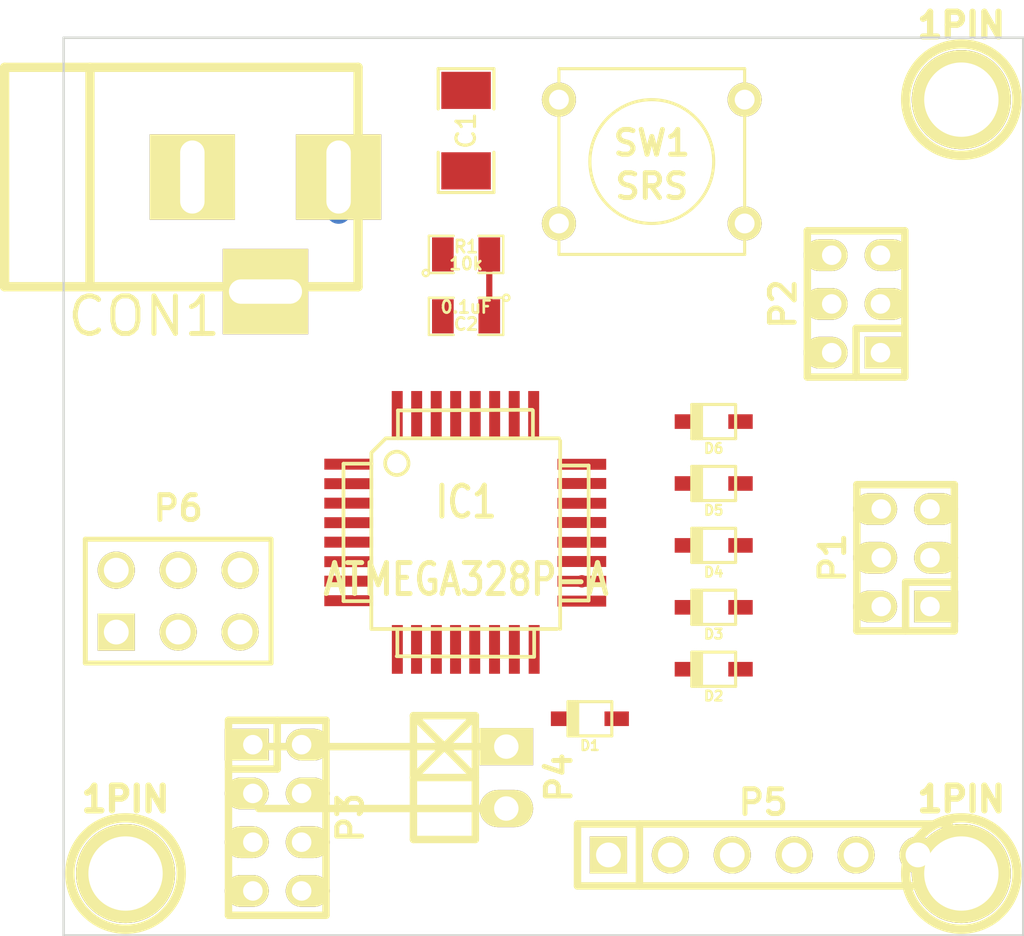
<source format=kicad_pcb>
(kicad_pcb (version 3) (host pcbnew "(2014-01-10 BZR 4027)-stable")

  (general
    (links 56)
    (no_connects 55)
    (area 150.550879 70.739 193.484501 110.617)
    (thickness 1.6)
    (drawings 4)
    (tracks 11)
    (zones 0)
    (modules 21)
    (nets 32)
  )

  (page A3)
  (layers
    (15 F.Cu signal)
    (0 B.Cu signal)
    (16 B.Adhes user)
    (17 F.Adhes user)
    (18 B.Paste user)
    (19 F.Paste user)
    (20 B.SilkS user)
    (21 F.SilkS user)
    (22 B.Mask user)
    (23 F.Mask user)
    (24 Dwgs.User user)
    (25 Cmts.User user)
    (26 Eco1.User user)
    (27 Eco2.User user)
    (28 Edge.Cuts user)
  )

  (setup
    (last_trace_width 0.254)
    (trace_clearance 0.254)
    (zone_clearance 0.508)
    (zone_45_only no)
    (trace_min 0.254)
    (segment_width 0.2)
    (edge_width 0.1)
    (via_size 0.889)
    (via_drill 0.635)
    (via_min_size 0.889)
    (via_min_drill 0.508)
    (uvia_size 0.508)
    (uvia_drill 0.127)
    (uvias_allowed no)
    (uvia_min_size 0.508)
    (uvia_min_drill 0.127)
    (pcb_text_width 0.3)
    (pcb_text_size 1.5 1.5)
    (mod_edge_width 0.15)
    (mod_text_size 1 1)
    (mod_text_width 0.15)
    (pad_size 4.064 4.064)
    (pad_drill 3.048)
    (pad_to_mask_clearance 0)
    (aux_axis_origin 0 0)
    (visible_elements 7FFFFBFF)
    (pcbplotparams
      (layerselection 3178497)
      (usegerberextensions true)
      (excludeedgelayer true)
      (linewidth 0.150000)
      (plotframeref false)
      (viasonmask false)
      (mode 1)
      (useauxorigin false)
      (hpglpennumber 1)
      (hpglpenspeed 20)
      (hpglpendiameter 15)
      (hpglpenoverlay 2)
      (psnegative false)
      (psa4output false)
      (plotreference true)
      (plotvalue true)
      (plotothertext true)
      (plotinvisibletext false)
      (padsonsilk false)
      (subtractmaskfromsilk false)
      (outputformat 1)
      (mirror false)
      (drillshape 1)
      (scaleselection 1)
      (outputdirectory ""))
  )

  (net 0 "")
  (net 1 GND)
  (net 2 N-000001)
  (net 3 N-0000010)
  (net 4 N-0000011)
  (net 5 N-0000012)
  (net 6 N-0000013)
  (net 7 N-0000014)
  (net 8 N-0000015)
  (net 9 N-0000016)
  (net 10 N-0000017)
  (net 11 N-0000018)
  (net 12 N-0000019)
  (net 13 N-000002)
  (net 14 N-0000020)
  (net 15 N-0000021)
  (net 16 N-0000024)
  (net 17 N-0000025)
  (net 18 N-0000026)
  (net 19 N-000003)
  (net 20 N-0000031)
  (net 21 N-0000032)
  (net 22 N-0000033)
  (net 23 N-0000034)
  (net 24 N-0000035)
  (net 25 N-000004)
  (net 26 N-000005)
  (net 27 N-000006)
  (net 28 N-000007)
  (net 29 N-000008)
  (net 30 N-000009)
  (net 31 VCC)

  (net_class Default "This is the default net class."
    (clearance 0.254)
    (trace_width 0.254)
    (via_dia 0.889)
    (via_drill 0.635)
    (uvia_dia 0.508)
    (uvia_drill 0.127)
    (add_net "")
    (add_net GND)
    (add_net N-000001)
    (add_net N-0000010)
    (add_net N-0000011)
    (add_net N-0000012)
    (add_net N-0000013)
    (add_net N-0000014)
    (add_net N-0000015)
    (add_net N-0000016)
    (add_net N-0000017)
    (add_net N-0000018)
    (add_net N-0000019)
    (add_net N-000002)
    (add_net N-0000020)
    (add_net N-0000021)
    (add_net N-0000024)
    (add_net N-0000025)
    (add_net N-0000026)
    (add_net N-000003)
    (add_net N-0000031)
    (add_net N-0000032)
    (add_net N-0000033)
    (add_net N-0000034)
    (add_net N-0000035)
    (add_net N-000004)
    (add_net N-000005)
    (add_net N-000006)
    (add_net N-000007)
    (add_net N-000008)
    (add_net N-000009)
  )

  (net_class PWR ""
    (clearance 0.508)
    (trace_width 1.016)
    (via_dia 0.889)
    (via_drill 0.635)
    (uvia_dia 0.508)
    (uvia_drill 0.127)
    (add_net VCC)
  )

  (net_class PWRIC ""
    (clearance 0.254)
    (trace_width 0.508)
    (via_dia 0.889)
    (via_drill 0.635)
    (uvia_dia 0.508)
    (uvia_drill 0.127)
  )

  (module TQFP32 (layer F.Cu) (tedit 5408BB72) (tstamp 5408CD8F)
    (at 170.18 92.71)
    (path /53F3A6E6)
    (fp_text reference IC1 (at 0 -1.27) (layer F.SilkS)
      (effects (font (size 1.27 1.016) (thickness 0.2032)))
    )
    (fp_text value ATMEGA328P-A (at 0 1.905) (layer F.SilkS)
      (effects (font (size 1.27 1.016) (thickness 0.2032)))
    )
    (fp_line (start 5.0292 2.7686) (end 3.8862 2.7686) (layer F.SilkS) (width 0.1524))
    (fp_line (start 5.0292 -2.7686) (end 3.9116 -2.7686) (layer F.SilkS) (width 0.1524))
    (fp_line (start 5.0292 2.7686) (end 5.0292 -2.7686) (layer F.SilkS) (width 0.1524))
    (fp_line (start 2.794 3.9624) (end 2.794 5.0546) (layer F.SilkS) (width 0.1524))
    (fp_line (start -2.8194 3.9878) (end -2.8194 5.0546) (layer F.SilkS) (width 0.1524))
    (fp_line (start -2.8448 5.0546) (end 2.794 5.08) (layer F.SilkS) (width 0.1524))
    (fp_line (start -2.794 -5.0292) (end 2.7178 -5.0546) (layer F.SilkS) (width 0.1524))
    (fp_line (start -3.8862 -3.2766) (end -3.8862 3.9116) (layer F.SilkS) (width 0.1524))
    (fp_line (start 2.7432 -5.0292) (end 2.7432 -3.9878) (layer F.SilkS) (width 0.1524))
    (fp_line (start -3.2512 -3.8862) (end 3.81 -3.8862) (layer F.SilkS) (width 0.1524))
    (fp_line (start 3.8608 3.937) (end 3.8608 -3.7846) (layer F.SilkS) (width 0.1524))
    (fp_line (start -3.8862 3.937) (end 3.7338 3.937) (layer F.SilkS) (width 0.1524))
    (fp_line (start -5.0292 -2.8448) (end -5.0292 2.794) (layer F.SilkS) (width 0.1524))
    (fp_line (start -5.0292 2.794) (end -3.8862 2.794) (layer F.SilkS) (width 0.1524))
    (fp_line (start -3.87604 -3.302) (end -3.29184 -3.8862) (layer F.SilkS) (width 0.1524))
    (fp_line (start -5.02412 -2.8448) (end -3.87604 -2.8448) (layer F.SilkS) (width 0.1524))
    (fp_line (start -2.794 -3.8862) (end -2.794 -5.03428) (layer F.SilkS) (width 0.1524))
    (fp_circle (center -2.83972 -2.86004) (end -2.43332 -2.60604) (layer F.SilkS) (width 0.1524))
    (pad 8 smd rect (at -4.81584 2.77622) (size 1.99898 0.44958)
      (layers F.Cu F.Paste F.Mask)
      (net 17 N-0000025)
    )
    (pad 7 smd rect (at -4.81584 1.97612) (size 1.99898 0.44958)
      (layers F.Cu F.Paste F.Mask)
    )
    (pad 6 smd rect (at -4.81584 1.17602) (size 1.99898 0.44958)
      (layers F.Cu F.Paste F.Mask)
      (net 31 VCC)
    )
    (pad 5 smd rect (at -4.81584 0.37592) (size 1.99898 0.44958)
      (layers F.Cu F.Paste F.Mask)
      (net 1 GND)
    )
    (pad 4 smd rect (at -4.81584 -0.42418) (size 1.99898 0.44958)
      (layers F.Cu F.Paste F.Mask)
      (net 31 VCC)
    )
    (pad 3 smd rect (at -4.81584 -1.22428) (size 1.99898 0.44958)
      (layers F.Cu F.Paste F.Mask)
      (net 1 GND)
    )
    (pad 2 smd rect (at -4.81584 -2.02438) (size 1.99898 0.44958)
      (layers F.Cu F.Paste F.Mask)
      (net 8 N-0000015)
    )
    (pad 1 smd rect (at -4.81584 -2.82448) (size 1.99898 0.44958)
      (layers F.Cu F.Paste F.Mask)
      (net 9 N-0000016)
    )
    (pad 24 smd rect (at 4.7498 -2.8194) (size 1.99898 0.44958)
      (layers F.Cu F.Paste F.Mask)
      (net 14 N-0000020)
    )
    (pad 17 smd rect (at 4.7498 2.794) (size 1.99898 0.44958)
      (layers F.Cu F.Paste F.Mask)
      (net 27 N-000006)
    )
    (pad 18 smd rect (at 4.7498 1.9812) (size 1.99898 0.44958)
      (layers F.Cu F.Paste F.Mask)
      (net 31 VCC)
    )
    (pad 19 smd rect (at 4.7498 1.1684) (size 1.99898 0.44958)
      (layers F.Cu F.Paste F.Mask)
    )
    (pad 20 smd rect (at 4.7498 0.381) (size 1.99898 0.44958)
      (layers F.Cu F.Paste F.Mask)
    )
    (pad 21 smd rect (at 4.7498 -0.4318) (size 1.99898 0.44958)
      (layers F.Cu F.Paste F.Mask)
      (net 1 GND)
    )
    (pad 22 smd rect (at 4.7498 -1.2192) (size 1.99898 0.44958)
      (layers F.Cu F.Paste F.Mask)
    )
    (pad 23 smd rect (at 4.7498 -2.032) (size 1.99898 0.44958)
      (layers F.Cu F.Paste F.Mask)
      (net 15 N-0000021)
    )
    (pad 32 smd rect (at -2.82448 -4.826) (size 0.44958 1.99898)
      (layers F.Cu F.Paste F.Mask)
      (net 2 N-000001)
    )
    (pad 31 smd rect (at -2.02692 -4.826) (size 0.44958 1.99898)
      (layers F.Cu F.Paste F.Mask)
      (net 13 N-000002)
    )
    (pad 30 smd rect (at -1.22428 -4.826) (size 0.44958 1.99898)
      (layers F.Cu F.Paste F.Mask)
      (net 16 N-0000024)
    )
    (pad 29 smd rect (at -0.42672 -4.826) (size 0.44958 1.99898)
      (layers F.Cu F.Paste F.Mask)
      (net 19 N-000003)
    )
    (pad 28 smd rect (at 0.37592 -4.826) (size 0.44958 1.99898)
      (layers F.Cu F.Paste F.Mask)
      (net 26 N-000005)
    )
    (pad 27 smd rect (at 1.17348 -4.826) (size 0.44958 1.99898)
      (layers F.Cu F.Paste F.Mask)
      (net 10 N-0000017)
    )
    (pad 26 smd rect (at 1.97612 -4.826) (size 0.44958 1.99898)
      (layers F.Cu F.Paste F.Mask)
      (net 11 N-0000018)
    )
    (pad 25 smd rect (at 2.77368 -4.826) (size 0.44958 1.99898)
      (layers F.Cu F.Paste F.Mask)
      (net 12 N-0000019)
    )
    (pad 9 smd rect (at -2.8194 4.7752) (size 0.44958 1.99898)
      (layers F.Cu F.Paste F.Mask)
      (net 7 N-0000014)
    )
    (pad 10 smd rect (at -2.032 4.7752) (size 0.44958 1.99898)
      (layers F.Cu F.Paste F.Mask)
      (net 6 N-0000013)
    )
    (pad 11 smd rect (at -1.2192 4.7752) (size 0.44958 1.99898)
      (layers F.Cu F.Paste F.Mask)
      (net 5 N-0000012)
    )
    (pad 12 smd rect (at -0.4318 4.7752) (size 0.44958 1.99898)
      (layers F.Cu F.Paste F.Mask)
      (net 4 N-0000011)
    )
    (pad 13 smd rect (at 0.3556 4.7752) (size 0.44958 1.99898)
      (layers F.Cu F.Paste F.Mask)
      (net 3 N-0000010)
    )
    (pad 14 smd rect (at 1.1684 4.7752) (size 0.44958 1.99898)
      (layers F.Cu F.Paste F.Mask)
      (net 30 N-000009)
    )
    (pad 15 smd rect (at 1.9812 4.7752) (size 0.44958 1.99898)
      (layers F.Cu F.Paste F.Mask)
      (net 29 N-000008)
    )
    (pad 16 smd rect (at 2.794 4.7752) (size 0.44958 1.99898)
      (layers F.Cu F.Paste F.Mask)
      (net 28 N-000007)
    )
    (model smd/tqfp32.wrl
      (at (xyz 0 0 0))
      (scale (xyz 1 1 1))
      (rotate (xyz 0 0 0))
    )
  )

  (module SW_PUSH_SMALL (layer F.Cu) (tedit 540F61FA) (tstamp 54086C72)
    (at 177.8 77.47)
    (path /53FA22FD)
    (fp_text reference SW1 (at 0 -0.762) (layer F.SilkS)
      (effects (font (size 1.016 1.016) (thickness 0.2032)))
    )
    (fp_text value SRS (at 0 1.016) (layer F.SilkS)
      (effects (font (size 1.016 1.016) (thickness 0.2032)))
    )
    (fp_circle (center 0 0) (end 0 -2.54) (layer F.SilkS) (width 0.127))
    (fp_line (start -3.81 -3.81) (end 3.81 -3.81) (layer F.SilkS) (width 0.127))
    (fp_line (start 3.81 -3.81) (end 3.81 3.81) (layer F.SilkS) (width 0.127))
    (fp_line (start 3.81 3.81) (end -3.81 3.81) (layer F.SilkS) (width 0.127))
    (fp_line (start -3.81 -3.81) (end -3.81 3.81) (layer F.SilkS) (width 0.127))
    (pad 1 thru_hole circle (at 3.81 -2.54) (size 1.397 1.397) (drill 0.8128)
      (layers *.Cu *.Mask F.SilkS)
      (net 17 N-0000025)
    )
    (pad 2 thru_hole circle (at 3.81 2.54) (size 1.397 1.397) (drill 0.8128)
      (layers *.Cu *.Mask F.SilkS)
      (net 1 GND)
    )
    (pad 1 thru_hole circle (at -3.81 -2.54) (size 1.397 1.397) (drill 0.8128)
      (layers *.Cu *.Mask F.SilkS)
      (net 17 N-0000025)
    )
    (pad 2 thru_hole circle (at -3.81 2.54) (size 1.397 1.397) (drill 0.8128)
      (layers *.Cu *.Mask F.SilkS)
      (net 1 GND)
    )
  )

  (module sod323 (layer F.Cu) (tedit 511019A4) (tstamp 54086C80)
    (at 175.26 100.33 180)
    (descr SOD323)
    (path /53F3AA52)
    (fp_text reference D1 (at 0 -1.09982 180) (layer F.SilkS)
      (effects (font (size 0.39878 0.39878) (thickness 0.09906)))
    )
    (fp_text value DIODE (at 0 1.19888 180) (layer F.SilkS) hide
      (effects (font (size 0.39878 0.39878) (thickness 0.09906)))
    )
    (fp_line (start 0.8001 -0.70104) (end 0.8001 0.70104) (layer F.SilkS) (width 0.127))
    (fp_line (start 0.70104 0.70104) (end 0.70104 -0.70104) (layer F.SilkS) (width 0.127))
    (fp_line (start 0.59944 -0.70104) (end 0.59944 0.70104) (layer F.SilkS) (width 0.127))
    (fp_line (start 0.50038 -0.70104) (end 0.50038 0.70104) (layer F.SilkS) (width 0.127))
    (fp_line (start 0.89916 -0.70104) (end -0.89916 -0.70104) (layer F.SilkS) (width 0.127))
    (fp_line (start -0.89916 -0.70104) (end -0.89916 0.70104) (layer F.SilkS) (width 0.127))
    (fp_line (start -0.89916 0.70104) (end 0.89916 0.70104) (layer F.SilkS) (width 0.127))
    (fp_line (start 0.89916 0.70104) (end 0.89916 -0.70104) (layer F.SilkS) (width 0.127))
    (pad 2 smd rect (at 1.09982 0 180) (size 1.00076 0.59944)
      (layers F.Cu F.Paste F.Mask)
      (net 4 N-0000011)
    )
    (pad 1 smd rect (at -1.09982 0 180) (size 1.00076 0.59944)
      (layers F.Cu F.Paste F.Mask)
      (net 18 N-0000026)
    )
    (model walter/smd_diode/sod323.wrl
      (at (xyz 0 0 0))
      (scale (xyz 1 1 1))
      (rotate (xyz 0 0 0))
    )
  )

  (module sod323 (layer F.Cu) (tedit 511019A4) (tstamp 54086C8E)
    (at 180.34 98.298 180)
    (descr SOD323)
    (path /53F3AAD7)
    (fp_text reference D2 (at 0 -1.09982 180) (layer F.SilkS)
      (effects (font (size 0.39878 0.39878) (thickness 0.09906)))
    )
    (fp_text value DIODE (at 0 1.19888 180) (layer F.SilkS) hide
      (effects (font (size 0.39878 0.39878) (thickness 0.09906)))
    )
    (fp_line (start 0.8001 -0.70104) (end 0.8001 0.70104) (layer F.SilkS) (width 0.127))
    (fp_line (start 0.70104 0.70104) (end 0.70104 -0.70104) (layer F.SilkS) (width 0.127))
    (fp_line (start 0.59944 -0.70104) (end 0.59944 0.70104) (layer F.SilkS) (width 0.127))
    (fp_line (start 0.50038 -0.70104) (end 0.50038 0.70104) (layer F.SilkS) (width 0.127))
    (fp_line (start 0.89916 -0.70104) (end -0.89916 -0.70104) (layer F.SilkS) (width 0.127))
    (fp_line (start -0.89916 -0.70104) (end -0.89916 0.70104) (layer F.SilkS) (width 0.127))
    (fp_line (start -0.89916 0.70104) (end 0.89916 0.70104) (layer F.SilkS) (width 0.127))
    (fp_line (start 0.89916 0.70104) (end 0.89916 -0.70104) (layer F.SilkS) (width 0.127))
    (pad 2 smd rect (at 1.09982 0 180) (size 1.00076 0.59944)
      (layers F.Cu F.Paste F.Mask)
      (net 3 N-0000010)
    )
    (pad 1 smd rect (at -1.09982 0 180) (size 1.00076 0.59944)
      (layers F.Cu F.Paste F.Mask)
      (net 24 N-0000035)
    )
    (model walter/smd_diode/sod323.wrl
      (at (xyz 0 0 0))
      (scale (xyz 1 1 1))
      (rotate (xyz 0 0 0))
    )
  )

  (module sod323 (layer F.Cu) (tedit 511019A4) (tstamp 54086C9C)
    (at 180.34 95.758 180)
    (descr SOD323)
    (path /53F3ACD2)
    (fp_text reference D3 (at 0 -1.09982 180) (layer F.SilkS)
      (effects (font (size 0.39878 0.39878) (thickness 0.09906)))
    )
    (fp_text value DIODE (at 0 1.19888 180) (layer F.SilkS) hide
      (effects (font (size 0.39878 0.39878) (thickness 0.09906)))
    )
    (fp_line (start 0.8001 -0.70104) (end 0.8001 0.70104) (layer F.SilkS) (width 0.127))
    (fp_line (start 0.70104 0.70104) (end 0.70104 -0.70104) (layer F.SilkS) (width 0.127))
    (fp_line (start 0.59944 -0.70104) (end 0.59944 0.70104) (layer F.SilkS) (width 0.127))
    (fp_line (start 0.50038 -0.70104) (end 0.50038 0.70104) (layer F.SilkS) (width 0.127))
    (fp_line (start 0.89916 -0.70104) (end -0.89916 -0.70104) (layer F.SilkS) (width 0.127))
    (fp_line (start -0.89916 -0.70104) (end -0.89916 0.70104) (layer F.SilkS) (width 0.127))
    (fp_line (start -0.89916 0.70104) (end 0.89916 0.70104) (layer F.SilkS) (width 0.127))
    (fp_line (start 0.89916 0.70104) (end 0.89916 -0.70104) (layer F.SilkS) (width 0.127))
    (pad 2 smd rect (at 1.09982 0 180) (size 1.00076 0.59944)
      (layers F.Cu F.Paste F.Mask)
      (net 30 N-000009)
    )
    (pad 1 smd rect (at -1.09982 0 180) (size 1.00076 0.59944)
      (layers F.Cu F.Paste F.Mask)
      (net 23 N-0000034)
    )
    (model walter/smd_diode/sod323.wrl
      (at (xyz 0 0 0))
      (scale (xyz 1 1 1))
      (rotate (xyz 0 0 0))
    )
  )

  (module sod323 (layer F.Cu) (tedit 511019A4) (tstamp 54086CAA)
    (at 180.34 93.218 180)
    (descr SOD323)
    (path /53F3ACD8)
    (fp_text reference D4 (at 0 -1.09982 180) (layer F.SilkS)
      (effects (font (size 0.39878 0.39878) (thickness 0.09906)))
    )
    (fp_text value DIODE (at 0 1.19888 180) (layer F.SilkS) hide
      (effects (font (size 0.39878 0.39878) (thickness 0.09906)))
    )
    (fp_line (start 0.8001 -0.70104) (end 0.8001 0.70104) (layer F.SilkS) (width 0.127))
    (fp_line (start 0.70104 0.70104) (end 0.70104 -0.70104) (layer F.SilkS) (width 0.127))
    (fp_line (start 0.59944 -0.70104) (end 0.59944 0.70104) (layer F.SilkS) (width 0.127))
    (fp_line (start 0.50038 -0.70104) (end 0.50038 0.70104) (layer F.SilkS) (width 0.127))
    (fp_line (start 0.89916 -0.70104) (end -0.89916 -0.70104) (layer F.SilkS) (width 0.127))
    (fp_line (start -0.89916 -0.70104) (end -0.89916 0.70104) (layer F.SilkS) (width 0.127))
    (fp_line (start -0.89916 0.70104) (end 0.89916 0.70104) (layer F.SilkS) (width 0.127))
    (fp_line (start 0.89916 0.70104) (end 0.89916 -0.70104) (layer F.SilkS) (width 0.127))
    (pad 2 smd rect (at 1.09982 0 180) (size 1.00076 0.59944)
      (layers F.Cu F.Paste F.Mask)
      (net 29 N-000008)
    )
    (pad 1 smd rect (at -1.09982 0 180) (size 1.00076 0.59944)
      (layers F.Cu F.Paste F.Mask)
      (net 22 N-0000033)
    )
    (model walter/smd_diode/sod323.wrl
      (at (xyz 0 0 0))
      (scale (xyz 1 1 1))
      (rotate (xyz 0 0 0))
    )
  )

  (module sod323 (layer F.Cu) (tedit 511019A4) (tstamp 54086CB8)
    (at 180.34 90.678 180)
    (descr SOD323)
    (path /53F3ACEC)
    (fp_text reference D5 (at 0 -1.09982 180) (layer F.SilkS)
      (effects (font (size 0.39878 0.39878) (thickness 0.09906)))
    )
    (fp_text value DIODE (at 0 1.19888 180) (layer F.SilkS) hide
      (effects (font (size 0.39878 0.39878) (thickness 0.09906)))
    )
    (fp_line (start 0.8001 -0.70104) (end 0.8001 0.70104) (layer F.SilkS) (width 0.127))
    (fp_line (start 0.70104 0.70104) (end 0.70104 -0.70104) (layer F.SilkS) (width 0.127))
    (fp_line (start 0.59944 -0.70104) (end 0.59944 0.70104) (layer F.SilkS) (width 0.127))
    (fp_line (start 0.50038 -0.70104) (end 0.50038 0.70104) (layer F.SilkS) (width 0.127))
    (fp_line (start 0.89916 -0.70104) (end -0.89916 -0.70104) (layer F.SilkS) (width 0.127))
    (fp_line (start -0.89916 -0.70104) (end -0.89916 0.70104) (layer F.SilkS) (width 0.127))
    (fp_line (start -0.89916 0.70104) (end 0.89916 0.70104) (layer F.SilkS) (width 0.127))
    (fp_line (start 0.89916 0.70104) (end 0.89916 -0.70104) (layer F.SilkS) (width 0.127))
    (pad 2 smd rect (at 1.09982 0 180) (size 1.00076 0.59944)
      (layers F.Cu F.Paste F.Mask)
      (net 28 N-000007)
    )
    (pad 1 smd rect (at -1.09982 0 180) (size 1.00076 0.59944)
      (layers F.Cu F.Paste F.Mask)
      (net 21 N-0000032)
    )
    (model walter/smd_diode/sod323.wrl
      (at (xyz 0 0 0))
      (scale (xyz 1 1 1))
      (rotate (xyz 0 0 0))
    )
  )

  (module sod323 (layer F.Cu) (tedit 511019A4) (tstamp 54086CC6)
    (at 180.34 88.138 180)
    (descr SOD323)
    (path /53F3ACF3)
    (fp_text reference D6 (at 0 -1.09982 180) (layer F.SilkS)
      (effects (font (size 0.39878 0.39878) (thickness 0.09906)))
    )
    (fp_text value DIODE (at 0 1.19888 180) (layer F.SilkS) hide
      (effects (font (size 0.39878 0.39878) (thickness 0.09906)))
    )
    (fp_line (start 0.8001 -0.70104) (end 0.8001 0.70104) (layer F.SilkS) (width 0.127))
    (fp_line (start 0.70104 0.70104) (end 0.70104 -0.70104) (layer F.SilkS) (width 0.127))
    (fp_line (start 0.59944 -0.70104) (end 0.59944 0.70104) (layer F.SilkS) (width 0.127))
    (fp_line (start 0.50038 -0.70104) (end 0.50038 0.70104) (layer F.SilkS) (width 0.127))
    (fp_line (start 0.89916 -0.70104) (end -0.89916 -0.70104) (layer F.SilkS) (width 0.127))
    (fp_line (start -0.89916 -0.70104) (end -0.89916 0.70104) (layer F.SilkS) (width 0.127))
    (fp_line (start -0.89916 0.70104) (end 0.89916 0.70104) (layer F.SilkS) (width 0.127))
    (fp_line (start 0.89916 0.70104) (end 0.89916 -0.70104) (layer F.SilkS) (width 0.127))
    (pad 2 smd rect (at 1.09982 0 180) (size 1.00076 0.59944)
      (layers F.Cu F.Paste F.Mask)
      (net 27 N-000006)
    )
    (pad 1 smd rect (at -1.09982 0 180) (size 1.00076 0.59944)
      (layers F.Cu F.Paste F.Mask)
      (net 20 N-0000031)
    )
    (model walter/smd_diode/sod323.wrl
      (at (xyz 0 0 0))
      (scale (xyz 1 1 1))
      (rotate (xyz 0 0 0))
    )
  )

  (module SM1206 (layer F.Cu) (tedit 42806E24) (tstamp 54086CD2)
    (at 170.18 76.2 90)
    (path /53FCF596)
    (attr smd)
    (fp_text reference C1 (at 0 0 90) (layer F.SilkS)
      (effects (font (size 0.762 0.762) (thickness 0.127)))
    )
    (fp_text value 10uF (at 0 0 90) (layer F.SilkS) hide
      (effects (font (size 0.762 0.762) (thickness 0.127)))
    )
    (fp_line (start -2.54 -1.143) (end -2.54 1.143) (layer F.SilkS) (width 0.127))
    (fp_line (start -2.54 1.143) (end -0.889 1.143) (layer F.SilkS) (width 0.127))
    (fp_line (start 0.889 -1.143) (end 2.54 -1.143) (layer F.SilkS) (width 0.127))
    (fp_line (start 2.54 -1.143) (end 2.54 1.143) (layer F.SilkS) (width 0.127))
    (fp_line (start 2.54 1.143) (end 0.889 1.143) (layer F.SilkS) (width 0.127))
    (fp_line (start -0.889 -1.143) (end -2.54 -1.143) (layer F.SilkS) (width 0.127))
    (pad 1 smd rect (at -1.651 0 90) (size 1.524 2.032)
      (layers F.Cu F.Paste F.Mask)
      (net 31 VCC)
    )
    (pad 2 smd rect (at 1.651 0 90) (size 1.524 2.032)
      (layers F.Cu F.Paste F.Mask)
      (net 1 GND)
    )
    (model smd/chip_cms.wrl
      (at (xyz 0 0 0))
      (scale (xyz 0.17 0.16 0.16))
      (rotate (xyz 0 0 0))
    )
  )

  (module SM0805 (layer F.Cu) (tedit 5091495C) (tstamp 54086CDF)
    (at 170.18 81.28)
    (path /53FCE49F)
    (attr smd)
    (fp_text reference R1 (at 0 -0.3175) (layer F.SilkS)
      (effects (font (size 0.50038 0.50038) (thickness 0.10922)))
    )
    (fp_text value 10k (at 0 0.381) (layer F.SilkS)
      (effects (font (size 0.50038 0.50038) (thickness 0.10922)))
    )
    (fp_circle (center -1.651 0.762) (end -1.651 0.635) (layer F.SilkS) (width 0.09906))
    (fp_line (start -0.508 0.762) (end -1.524 0.762) (layer F.SilkS) (width 0.09906))
    (fp_line (start -1.524 0.762) (end -1.524 -0.762) (layer F.SilkS) (width 0.09906))
    (fp_line (start -1.524 -0.762) (end -0.508 -0.762) (layer F.SilkS) (width 0.09906))
    (fp_line (start 0.508 -0.762) (end 1.524 -0.762) (layer F.SilkS) (width 0.09906))
    (fp_line (start 1.524 -0.762) (end 1.524 0.762) (layer F.SilkS) (width 0.09906))
    (fp_line (start 1.524 0.762) (end 0.508 0.762) (layer F.SilkS) (width 0.09906))
    (pad 1 smd rect (at -0.9525 0) (size 0.889 1.397)
      (layers F.Cu F.Paste F.Mask)
      (net 31 VCC)
    )
    (pad 2 smd rect (at 0.9525 0) (size 0.889 1.397)
      (layers F.Cu F.Paste F.Mask)
      (net 19 N-000003)
    )
    (model smd/chip_cms.wrl
      (at (xyz 0 0 0))
      (scale (xyz 0.1 0.1 0.1))
      (rotate (xyz 0 0 0))
    )
  )

  (module SM0805 (layer F.Cu) (tedit 5091495C) (tstamp 54086CEC)
    (at 170.18 83.82 180)
    (path /53FCE3B4)
    (attr smd)
    (fp_text reference C2 (at 0 -0.3175 180) (layer F.SilkS)
      (effects (font (size 0.50038 0.50038) (thickness 0.10922)))
    )
    (fp_text value 0.1uF (at 0 0.381 180) (layer F.SilkS)
      (effects (font (size 0.50038 0.50038) (thickness 0.10922)))
    )
    (fp_circle (center -1.651 0.762) (end -1.651 0.635) (layer F.SilkS) (width 0.09906))
    (fp_line (start -0.508 0.762) (end -1.524 0.762) (layer F.SilkS) (width 0.09906))
    (fp_line (start -1.524 0.762) (end -1.524 -0.762) (layer F.SilkS) (width 0.09906))
    (fp_line (start -1.524 -0.762) (end -0.508 -0.762) (layer F.SilkS) (width 0.09906))
    (fp_line (start 0.508 -0.762) (end 1.524 -0.762) (layer F.SilkS) (width 0.09906))
    (fp_line (start 1.524 -0.762) (end 1.524 0.762) (layer F.SilkS) (width 0.09906))
    (fp_line (start 1.524 0.762) (end 0.508 0.762) (layer F.SilkS) (width 0.09906))
    (pad 1 smd rect (at -0.9525 0 180) (size 0.889 1.397)
      (layers F.Cu F.Paste F.Mask)
      (net 19 N-000003)
    )
    (pad 2 smd rect (at 0.9525 0 180) (size 0.889 1.397)
      (layers F.Cu F.Paste F.Mask)
      (net 25 N-000004)
    )
    (model smd/chip_cms.wrl
      (at (xyz 0 0 0))
      (scale (xyz 0.1 0.1 0.1))
      (rotate (xyz 0 0 0))
    )
  )

  (module BARREL_JACK (layer F.Cu) (tedit 54155EF8) (tstamp 54155EB4)
    (at 158.75 78.105)
    (descr "DC Barrel Jack")
    (tags "Power Jack")
    (path /53FA2BF3)
    (fp_text reference CON1 (at -1.778 5.715) (layer F.SilkS)
      (effects (font (size 1.54 1.54) (thickness 0.2032)))
    )
    (fp_text value BARREL_JACK (at 0 -5.99948) (layer F.SilkS) hide
      (effects (font (size 1.016 1.016) (thickness 0.2032)))
    )
    (fp_line (start -4.0005 -4.50088) (end -4.0005 4.50088) (layer F.SilkS) (width 0.381))
    (fp_line (start -7.50062 -4.50088) (end -7.50062 4.50088) (layer F.SilkS) (width 0.381))
    (fp_line (start -7.50062 4.50088) (end 7.00024 4.50088) (layer F.SilkS) (width 0.381))
    (fp_line (start 7.00024 4.50088) (end 7.00024 -4.50088) (layer F.SilkS) (width 0.381))
    (fp_line (start 7.00024 -4.50088) (end -7.50062 -4.50088) (layer F.SilkS) (width 0.381))
    (pad 1 thru_hole rect (at 6.20014 0) (size 3.50012 3.50012) (drill oval 1.00076 2.99974)
      (layers *.Cu *.Mask F.SilkS)
      (net 31 VCC)
    )
    (pad 2 thru_hole rect (at 0.20066 0) (size 3.50012 3.50012) (drill oval 1.00076 2.99974)
      (layers *.Cu *.Mask F.SilkS)
      (net 1 GND)
    )
    (pad 3 thru_hole rect (at 3.2004 4.699) (size 3.50012 3.50012) (drill oval 2.99974 1.00076)
      (layers *.Cu *.Mask F.SilkS)
      (net 1 GND)
    )
  )

  (module 1pin (layer F.Cu) (tedit 200000) (tstamp 541C99F1)
    (at 190.5 106.68)
    (descr "module 1 pin (ou trou mecanique de percage)")
    (tags DEV)
    (path 1pin)
    (fp_text reference 1PIN (at 0 -3.048) (layer F.SilkS)
      (effects (font (size 1.016 1.016) (thickness 0.254)))
    )
    (fp_text value P*** (at 0 2.794) (layer F.SilkS) hide
      (effects (font (size 1.016 1.016) (thickness 0.254)))
    )
    (fp_circle (center 0 0) (end 0 -2.286) (layer F.SilkS) (width 0.381))
    (pad 1 thru_hole circle (at 0 0) (size 4.064 4.064) (drill 3.048)
      (layers *.Cu *.Mask F.SilkS)
    )
  )

  (module 1pin (layer F.Cu) (tedit 200000) (tstamp 541C9A06)
    (at 190.5 74.93)
    (descr "module 1 pin (ou trou mecanique de percage)")
    (tags DEV)
    (path 1pin)
    (fp_text reference 1PIN (at 0 -3.048) (layer F.SilkS)
      (effects (font (size 1.016 1.016) (thickness 0.254)))
    )
    (fp_text value P*** (at 0 2.794) (layer F.SilkS) hide
      (effects (font (size 1.016 1.016) (thickness 0.254)))
    )
    (fp_circle (center 0 0) (end 0 -2.286) (layer F.SilkS) (width 0.381))
    (pad 1 thru_hole circle (at 0 0) (size 4.064 4.064) (drill 3.048)
      (layers *.Cu *.Mask F.SilkS)
    )
  )

  (module 1pin (layer F.Cu) (tedit 54105E81) (tstamp 541C9A11)
    (at 156.21 106.68)
    (descr "module 1 pin (ou trou mecanique de percage)")
    (tags DEV)
    (path 1pin)
    (fp_text reference 1PIN (at 0 -3.048) (layer F.SilkS)
      (effects (font (size 1.016 1.016) (thickness 0.254)))
    )
    (fp_text value P*** (at 0 2.794) (layer F.SilkS) hide
      (effects (font (size 1.016 1.016) (thickness 0.254)))
    )
    (fp_circle (center 0 0) (end 0 -2.286) (layer F.SilkS) (width 0.381))
    (pad 1 thru_hole circle (at 0 0) (size 4.064 4.064) (drill 3.048)
      (layers *.Cu *.Mask F.SilkS)
      (clearance 1)
    )
  )

  (module pin_socket_2mm_4x2 (layer F.Cu) (tedit 52DECF75) (tstamp 54155E13)
    (at 162.433 104.394 270)
    (descr "Pin socket 2mm 4x2pin")
    (tags "CONN DEV")
    (path /5411ADE2)
    (fp_text reference P3 (at 0 -3 270) (layer F.SilkS)
      (effects (font (size 1.016 1.016) (thickness 0.2032)))
    )
    (fp_text value CONN_8 (at 0 -5 270) (layer F.SilkS) hide
      (effects (font (size 1.016 0.889) (thickness 0.2032)))
    )
    (fp_line (start -4 0) (end -2 0) (layer F.SilkS) (width 0.3048))
    (fp_line (start 4 -2) (end 4 2) (layer F.SilkS) (width 0.3048))
    (fp_line (start 4 2) (end -4 2) (layer F.SilkS) (width 0.3048))
    (fp_line (start -4 -2) (end 4 -2) (layer F.SilkS) (width 0.3048))
    (fp_line (start -4 2) (end -4 -2) (layer F.SilkS) (width 0.3048))
    (fp_line (start -2 0) (end -2 2) (layer F.SilkS) (width 0.3048))
    (pad 1 thru_hole rect (at -3 1 270) (size 1.3 1.8) (drill 0.8 (offset 0 0.25))
      (layers *.Cu *.Mask F.SilkS)
      (net 16 N-0000024)
    )
    (pad 2 thru_hole oval (at -3 -1 270) (size 1.3 1.8) (drill 0.8 (offset 0 -0.25))
      (layers *.Cu *.Mask F.SilkS)
      (net 13 N-000002)
    )
    (pad 3 thru_hole oval (at -1 1 270) (size 1.3 1.8) (drill 0.8 (offset 0 0.25))
      (layers *.Cu *.Mask F.SilkS)
      (net 2 N-000001)
    )
    (pad 4 thru_hole oval (at -1 -1 270) (size 1.3 1.8) (drill 0.8 (offset 0 -0.25))
      (layers *.Cu *.Mask F.SilkS)
      (net 9 N-0000016)
    )
    (pad 5 thru_hole oval (at 1 1 270) (size 1.3 1.8) (drill 0.8 (offset 0 0.25))
      (layers *.Cu *.Mask F.SilkS)
      (net 8 N-0000015)
    )
    (pad 6 thru_hole oval (at 1 -1 270) (size 1.3 1.8) (drill 0.8 (offset 0 -0.25))
      (layers *.Cu *.Mask F.SilkS)
      (net 7 N-0000014)
    )
    (pad 7 thru_hole oval (at 3 1 270) (size 1.3 1.8) (drill 0.8 (offset 0 0.25))
      (layers *.Cu *.Mask F.SilkS)
      (net 6 N-0000013)
    )
    (pad 8 thru_hole oval (at 3 -1 270) (size 1.3 1.8) (drill 0.8 (offset 0 -0.25))
      (layers *.Cu *.Mask F.SilkS)
      (net 5 N-0000012)
    )
    (model walter/pin_strip/pin_socket_2mm_4x2.wrl
      (at (xyz 0 0 0))
      (scale (xyz 1 1 1))
      (rotate (xyz 0 0 0))
    )
  )

  (module pin_socket_2mm_3x2 (layer F.Cu) (tedit 52DECF95) (tstamp 54155E23)
    (at 186.182 83.312 90)
    (descr "Pin socket 2mm 3x2pin")
    (tags "CONN DEV")
    (path /540475A9)
    (fp_text reference P2 (at 0 -3 90) (layer F.SilkS)
      (effects (font (size 1.016 1.016) (thickness 0.2032)))
    )
    (fp_text value CONN_6 (at 0 -5 90) (layer F.SilkS) hide
      (effects (font (size 1.016 0.889) (thickness 0.2032)))
    )
    (fp_line (start -3 0) (end -1 0) (layer F.SilkS) (width 0.3048))
    (fp_line (start 3 -2) (end 3 2) (layer F.SilkS) (width 0.3048))
    (fp_line (start 3 2) (end -3 2) (layer F.SilkS) (width 0.3048))
    (fp_line (start -3 -2) (end 3 -2) (layer F.SilkS) (width 0.3048))
    (fp_line (start -3 2) (end -3 -2) (layer F.SilkS) (width 0.3048))
    (fp_line (start -1 0) (end -1 2) (layer F.SilkS) (width 0.3048))
    (pad 1 thru_hole rect (at -2 1 90) (size 1.3 1.8) (drill 0.8 (offset 0 0.25))
      (layers *.Cu *.Mask F.SilkS)
      (net 15 N-0000021)
    )
    (pad 2 thru_hole oval (at -2 -1 90) (size 1.3 1.8) (drill 0.8 (offset 0 -0.25))
      (layers *.Cu *.Mask F.SilkS)
      (net 14 N-0000020)
    )
    (pad 3 thru_hole oval (at 0 1 90) (size 1.3 1.8) (drill 0.8 (offset 0 0.25))
      (layers *.Cu *.Mask F.SilkS)
      (net 12 N-0000019)
    )
    (pad 4 thru_hole oval (at 0 -1 90) (size 1.3 1.8) (drill 0.8 (offset 0 -0.25))
      (layers *.Cu *.Mask F.SilkS)
      (net 11 N-0000018)
    )
    (pad 5 thru_hole oval (at 2 1 90) (size 1.3 1.8) (drill 0.8 (offset 0 0.25))
      (layers *.Cu *.Mask F.SilkS)
      (net 10 N-0000017)
    )
    (pad 6 thru_hole oval (at 2 -1 90) (size 1.3 1.8) (drill 0.8 (offset 0 -0.25))
      (layers *.Cu *.Mask F.SilkS)
      (net 26 N-000005)
    )
    (model walter/pin_strip/pin_socket_2mm_3x2.wrl
      (at (xyz 0 0 0))
      (scale (xyz 1 1 1))
      (rotate (xyz 0 0 0))
    )
  )

  (module pin_socket_2mm_3x2 (layer F.Cu) (tedit 52DECF95) (tstamp 54155E33)
    (at 188.214 93.726 90)
    (descr "Pin socket 2mm 3x2pin")
    (tags "CONN DEV")
    (path /5404826A)
    (fp_text reference P1 (at 0 -3 90) (layer F.SilkS)
      (effects (font (size 1.016 1.016) (thickness 0.2032)))
    )
    (fp_text value CONN_6 (at 0 -5 90) (layer F.SilkS) hide
      (effects (font (size 1.016 0.889) (thickness 0.2032)))
    )
    (fp_line (start -3 0) (end -1 0) (layer F.SilkS) (width 0.3048))
    (fp_line (start 3 -2) (end 3 2) (layer F.SilkS) (width 0.3048))
    (fp_line (start 3 2) (end -3 2) (layer F.SilkS) (width 0.3048))
    (fp_line (start -3 -2) (end 3 -2) (layer F.SilkS) (width 0.3048))
    (fp_line (start -3 2) (end -3 -2) (layer F.SilkS) (width 0.3048))
    (fp_line (start -1 0) (end -1 2) (layer F.SilkS) (width 0.3048))
    (pad 1 thru_hole rect (at -2 1 90) (size 1.3 1.8) (drill 0.8 (offset 0 0.25))
      (layers *.Cu *.Mask F.SilkS)
      (net 18 N-0000026)
    )
    (pad 2 thru_hole oval (at -2 -1 90) (size 1.3 1.8) (drill 0.8 (offset 0 -0.25))
      (layers *.Cu *.Mask F.SilkS)
      (net 24 N-0000035)
    )
    (pad 3 thru_hole oval (at 0 1 90) (size 1.3 1.8) (drill 0.8 (offset 0 0.25))
      (layers *.Cu *.Mask F.SilkS)
      (net 23 N-0000034)
    )
    (pad 4 thru_hole oval (at 0 -1 90) (size 1.3 1.8) (drill 0.8 (offset 0 -0.25))
      (layers *.Cu *.Mask F.SilkS)
      (net 22 N-0000033)
    )
    (pad 5 thru_hole oval (at 2 1 90) (size 1.3 1.8) (drill 0.8 (offset 0 0.25))
      (layers *.Cu *.Mask F.SilkS)
      (net 21 N-0000032)
    )
    (pad 6 thru_hole oval (at 2 -1 90) (size 1.3 1.8) (drill 0.8 (offset 0 -0.25))
      (layers *.Cu *.Mask F.SilkS)
      (net 20 N-0000031)
    )
    (model walter/pin_strip/pin_socket_2mm_3x2.wrl
      (at (xyz 0 0 0))
      (scale (xyz 1 1 1))
      (rotate (xyz 0 0 0))
    )
  )

  (module pin_array_3x2 (layer F.Cu) (tedit 42931587) (tstamp 54155E41)
    (at 158.369 95.504)
    (descr "Double rangee de contacts 2 x 4 pins")
    (tags CONN)
    (path /53FCECA3)
    (fp_text reference P6 (at 0 -3.81) (layer F.SilkS)
      (effects (font (size 1.016 1.016) (thickness 0.2032)))
    )
    (fp_text value CONN_6 (at 0 3.81) (layer F.SilkS) hide
      (effects (font (size 1.016 1.016) (thickness 0.2032)))
    )
    (fp_line (start 3.81 2.54) (end -3.81 2.54) (layer F.SilkS) (width 0.2032))
    (fp_line (start -3.81 -2.54) (end 3.81 -2.54) (layer F.SilkS) (width 0.2032))
    (fp_line (start 3.81 -2.54) (end 3.81 2.54) (layer F.SilkS) (width 0.2032))
    (fp_line (start -3.81 2.54) (end -3.81 -2.54) (layer F.SilkS) (width 0.2032))
    (pad 1 thru_hole rect (at -2.54 1.27) (size 1.524 1.524) (drill 1.016)
      (layers *.Cu *.Mask F.SilkS)
      (net 28 N-000007)
    )
    (pad 2 thru_hole circle (at -2.54 -1.27) (size 1.524 1.524) (drill 1.016)
      (layers *.Cu *.Mask F.SilkS)
      (net 31 VCC)
    )
    (pad 3 thru_hole circle (at 0 1.27) (size 1.524 1.524) (drill 1.016)
      (layers *.Cu *.Mask F.SilkS)
      (net 27 N-000006)
    )
    (pad 4 thru_hole circle (at 0 -1.27) (size 1.524 1.524) (drill 1.016)
      (layers *.Cu *.Mask F.SilkS)
      (net 29 N-000008)
    )
    (pad 5 thru_hole circle (at 2.54 1.27) (size 1.524 1.524) (drill 1.016)
      (layers *.Cu *.Mask F.SilkS)
      (net 19 N-000003)
    )
    (pad 6 thru_hole circle (at 2.54 -1.27) (size 1.524 1.524) (drill 1.016)
      (layers *.Cu *.Mask F.SilkS)
      (net 1 GND)
    )
    (model pin_array/pins_array_3x2.wrl
      (at (xyz 0 0 0))
      (scale (xyz 1 1 1))
      (rotate (xyz 0 0 0))
    )
  )

  (module PIN_ARRAY-6X1 (layer F.Cu) (tedit 41402119) (tstamp 54086D0C)
    (at 182.372 105.918)
    (descr "Connecteur 6 pins")
    (tags "CONN DEV")
    (path /53FA2625)
    (fp_text reference P5 (at 0 -2.159) (layer F.SilkS)
      (effects (font (size 1.016 1.016) (thickness 0.2032)))
    )
    (fp_text value CONN_6 (at 0 2.159) (layer F.SilkS) hide
      (effects (font (size 1.016 0.889) (thickness 0.2032)))
    )
    (fp_line (start -7.62 1.27) (end -7.62 -1.27) (layer F.SilkS) (width 0.3048))
    (fp_line (start -7.62 -1.27) (end 7.62 -1.27) (layer F.SilkS) (width 0.3048))
    (fp_line (start 7.62 -1.27) (end 7.62 1.27) (layer F.SilkS) (width 0.3048))
    (fp_line (start 7.62 1.27) (end -7.62 1.27) (layer F.SilkS) (width 0.3048))
    (fp_line (start -5.08 1.27) (end -5.08 -1.27) (layer F.SilkS) (width 0.3048))
    (pad 1 thru_hole rect (at -6.35 0) (size 1.524 1.524) (drill 1.016)
      (layers *.Cu *.Mask F.SilkS)
      (net 25 N-000004)
    )
    (pad 2 thru_hole circle (at -3.81 0) (size 1.524 1.524) (drill 1.016)
      (layers *.Cu *.Mask F.SilkS)
      (net 13 N-000002)
    )
    (pad 3 thru_hole circle (at -1.27 0) (size 1.524 1.524) (drill 1.016)
      (layers *.Cu *.Mask F.SilkS)
      (net 16 N-0000024)
    )
    (pad 4 thru_hole circle (at 1.27 0) (size 1.524 1.524) (drill 1.016)
      (layers *.Cu *.Mask F.SilkS)
      (net 31 VCC)
    )
    (pad 5 thru_hole circle (at 3.81 0) (size 1.524 1.524) (drill 1.016)
      (layers *.Cu *.Mask F.SilkS)
      (net 1 GND)
    )
    (pad 6 thru_hole circle (at 6.35 0) (size 1.524 1.524) (drill 1.016)
      (layers *.Cu *.Mask F.SilkS)
      (net 1 GND)
    )
    (model pin_array/pins_array_6x1.wrl
      (at (xyz 0 0 0))
      (scale (xyz 1 1 1))
      (rotate (xyz 0 0 0))
    )
  )

  (module pin_strip_2-90 (layer F.Cu) (tedit 4EF89145) (tstamp 54086D1B)
    (at 171.831 102.743 270)
    (descr "Pin strip 2pin 90")
    (tags "CONN DEV")
    (path /5411AEED)
    (fp_text reference P4 (at 0 -2.159 270) (layer F.SilkS)
      (effects (font (size 1.016 1.016) (thickness 0.2032)))
    )
    (fp_text value CONN_2 (at 0.254 -3.556 270) (layer F.SilkS) hide
      (effects (font (size 1.016 0.889) (thickness 0.2032)))
    )
    (fp_line (start 0 3.81) (end -2.54 1.27) (layer F.SilkS) (width 0.3048))
    (fp_line (start 0 3.81) (end 0 1.27) (layer F.SilkS) (width 0.3048))
    (fp_line (start 0 1.27) (end -2.54 3.81) (layer F.SilkS) (width 0.3048))
    (fp_line (start -2.54 3.81) (end 2.54 3.81) (layer F.SilkS) (width 0.3048))
    (fp_line (start 2.54 3.81) (end 2.54 1.27) (layer F.SilkS) (width 0.3048))
    (fp_line (start 2.54 1.27) (end -2.54 1.27) (layer F.SilkS) (width 0.3048))
    (fp_line (start -1.27 0) (end -1.27 10.16) (layer F.SilkS) (width 0.3048))
    (fp_line (start 1.27 0) (end 1.27 10.16) (layer F.SilkS) (width 0.3048))
    (fp_line (start -2.54 3.81) (end -2.54 1.27) (layer F.SilkS) (width 0.3048))
    (pad 1 thru_hole rect (at -1.27 0 270) (size 1.524 2.19964) (drill 1.00076)
      (layers *.Cu *.Mask F.SilkS)
      (net 31 VCC)
    )
    (pad 2 thru_hole oval (at 1.27 0 270) (size 1.524 2.19964) (drill 1.00076)
      (layers *.Cu *.Mask F.SilkS)
      (net 1 GND)
    )
    (model walter/pin_strip/pin_strip_2-90.wrl
      (at (xyz 0 0 0))
      (scale (xyz 1 1 1))
      (rotate (xyz 0 0 0))
    )
  )

  (gr_line (start 153.67 109.22) (end 153.67 72.39) (angle 90) (layer Edge.Cuts) (width 0.1))
  (gr_line (start 193.04 109.22) (end 153.67 109.22) (angle 90) (layer Edge.Cuts) (width 0.1))
  (gr_line (start 193.04 72.39) (end 193.04 109.22) (angle 90) (layer Edge.Cuts) (width 0.1))
  (gr_line (start 153.67 72.39) (end 193.04 72.39) (angle 90) (layer Edge.Cuts) (width 0.1))

  (segment (start 165.357 90.678) (end 165.3588 90.6799) (width 0.254) (layer F.Cu) (net 8))
  (segment (start 165.3588 90.6799) (end 165.364 90.6856) (width 0.254) (layer F.Cu) (net 8))
  (segment (start 165.3642 90.6856) (end 165.364 90.6856) (width 0.254) (layer F.Cu) (net 8))
  (segment (start 171.1325 81.28) (end 171.1325 83.82) (width 0.254) (layer F.Cu) (net 19))
  (segment (start 171.323 97.5106) (end 171.3293 97.5042) (width 0.254) (layer F.Cu) (net 30))
  (segment (start 171.3293 97.5042) (end 171.348 97.4852) (width 0.254) (layer F.Cu) (net 30))
  (segment (start 171.3484 97.4852) (end 171.348 97.4852) (width 0.254) (layer F.Cu) (net 30))
  (segment (start 174.9298 94.6912) (end 174.93 94.6912) (width 0.508) (layer F.Cu) (net 31))
  (segment (start 164.95 78.105) (end 164.95 79.5159) (width 1.016) (layer B.Cu) (net 31))
  (segment (start 164.9501 79.5158) (end 164.9501 78.105) (width 0.508) (layer B.Cu) (net 31))
  (segment (start 164.95 79.5159) (end 164.9501 79.5158) (width 0.508) (layer B.Cu) (net 31))

)

</source>
